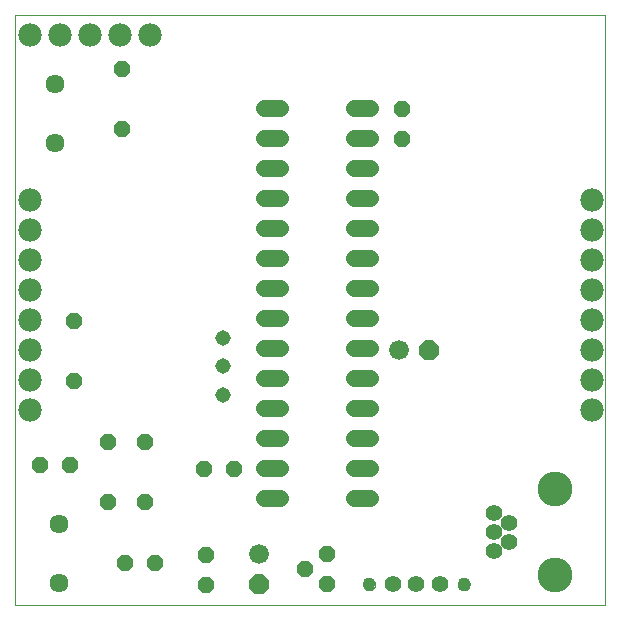
<source format=gts>
G75*
%MOIN*%
%OFA0B0*%
%FSLAX25Y25*%
%IPPOS*%
%LPD*%
%AMOC8*
5,1,8,0,0,1.08239X$1,22.5*
%
%ADD10C,0.00000*%
%ADD11OC8,0.05600*%
%ADD12C,0.05550*%
%ADD13C,0.11620*%
%ADD14C,0.07800*%
%ADD15OC8,0.06600*%
%ADD16C,0.06600*%
%ADD17C,0.05156*%
%ADD18C,0.05600*%
%ADD19C,0.06337*%
%ADD20C,0.04337*%
D10*
X0005060Y0017235D02*
X0005060Y0214086D01*
X0201910Y0214086D01*
X0201910Y0017235D01*
X0005060Y0017235D01*
X0121241Y0024172D02*
X0121243Y0024260D01*
X0121249Y0024348D01*
X0121259Y0024436D01*
X0121273Y0024524D01*
X0121290Y0024610D01*
X0121312Y0024696D01*
X0121337Y0024780D01*
X0121367Y0024864D01*
X0121399Y0024946D01*
X0121436Y0025026D01*
X0121476Y0025105D01*
X0121520Y0025182D01*
X0121567Y0025257D01*
X0121617Y0025329D01*
X0121671Y0025400D01*
X0121727Y0025467D01*
X0121787Y0025533D01*
X0121849Y0025595D01*
X0121915Y0025655D01*
X0121982Y0025711D01*
X0122053Y0025765D01*
X0122125Y0025815D01*
X0122200Y0025862D01*
X0122277Y0025906D01*
X0122356Y0025946D01*
X0122436Y0025983D01*
X0122518Y0026015D01*
X0122602Y0026045D01*
X0122686Y0026070D01*
X0122772Y0026092D01*
X0122858Y0026109D01*
X0122946Y0026123D01*
X0123034Y0026133D01*
X0123122Y0026139D01*
X0123210Y0026141D01*
X0123298Y0026139D01*
X0123386Y0026133D01*
X0123474Y0026123D01*
X0123562Y0026109D01*
X0123648Y0026092D01*
X0123734Y0026070D01*
X0123818Y0026045D01*
X0123902Y0026015D01*
X0123984Y0025983D01*
X0124064Y0025946D01*
X0124143Y0025906D01*
X0124220Y0025862D01*
X0124295Y0025815D01*
X0124367Y0025765D01*
X0124438Y0025711D01*
X0124505Y0025655D01*
X0124571Y0025595D01*
X0124633Y0025533D01*
X0124693Y0025467D01*
X0124749Y0025400D01*
X0124803Y0025329D01*
X0124853Y0025257D01*
X0124900Y0025182D01*
X0124944Y0025105D01*
X0124984Y0025026D01*
X0125021Y0024946D01*
X0125053Y0024864D01*
X0125083Y0024780D01*
X0125108Y0024696D01*
X0125130Y0024610D01*
X0125147Y0024524D01*
X0125161Y0024436D01*
X0125171Y0024348D01*
X0125177Y0024260D01*
X0125179Y0024172D01*
X0125177Y0024084D01*
X0125171Y0023996D01*
X0125161Y0023908D01*
X0125147Y0023820D01*
X0125130Y0023734D01*
X0125108Y0023648D01*
X0125083Y0023564D01*
X0125053Y0023480D01*
X0125021Y0023398D01*
X0124984Y0023318D01*
X0124944Y0023239D01*
X0124900Y0023162D01*
X0124853Y0023087D01*
X0124803Y0023015D01*
X0124749Y0022944D01*
X0124693Y0022877D01*
X0124633Y0022811D01*
X0124571Y0022749D01*
X0124505Y0022689D01*
X0124438Y0022633D01*
X0124367Y0022579D01*
X0124295Y0022529D01*
X0124220Y0022482D01*
X0124143Y0022438D01*
X0124064Y0022398D01*
X0123984Y0022361D01*
X0123902Y0022329D01*
X0123818Y0022299D01*
X0123734Y0022274D01*
X0123648Y0022252D01*
X0123562Y0022235D01*
X0123474Y0022221D01*
X0123386Y0022211D01*
X0123298Y0022205D01*
X0123210Y0022203D01*
X0123122Y0022205D01*
X0123034Y0022211D01*
X0122946Y0022221D01*
X0122858Y0022235D01*
X0122772Y0022252D01*
X0122686Y0022274D01*
X0122602Y0022299D01*
X0122518Y0022329D01*
X0122436Y0022361D01*
X0122356Y0022398D01*
X0122277Y0022438D01*
X0122200Y0022482D01*
X0122125Y0022529D01*
X0122053Y0022579D01*
X0121982Y0022633D01*
X0121915Y0022689D01*
X0121849Y0022749D01*
X0121787Y0022811D01*
X0121727Y0022877D01*
X0121671Y0022944D01*
X0121617Y0023015D01*
X0121567Y0023087D01*
X0121520Y0023162D01*
X0121476Y0023239D01*
X0121436Y0023318D01*
X0121399Y0023398D01*
X0121367Y0023480D01*
X0121337Y0023564D01*
X0121312Y0023648D01*
X0121290Y0023734D01*
X0121273Y0023820D01*
X0121259Y0023908D01*
X0121249Y0023996D01*
X0121243Y0024084D01*
X0121241Y0024172D01*
X0152737Y0024172D02*
X0152739Y0024260D01*
X0152745Y0024348D01*
X0152755Y0024436D01*
X0152769Y0024524D01*
X0152786Y0024610D01*
X0152808Y0024696D01*
X0152833Y0024780D01*
X0152863Y0024864D01*
X0152895Y0024946D01*
X0152932Y0025026D01*
X0152972Y0025105D01*
X0153016Y0025182D01*
X0153063Y0025257D01*
X0153113Y0025329D01*
X0153167Y0025400D01*
X0153223Y0025467D01*
X0153283Y0025533D01*
X0153345Y0025595D01*
X0153411Y0025655D01*
X0153478Y0025711D01*
X0153549Y0025765D01*
X0153621Y0025815D01*
X0153696Y0025862D01*
X0153773Y0025906D01*
X0153852Y0025946D01*
X0153932Y0025983D01*
X0154014Y0026015D01*
X0154098Y0026045D01*
X0154182Y0026070D01*
X0154268Y0026092D01*
X0154354Y0026109D01*
X0154442Y0026123D01*
X0154530Y0026133D01*
X0154618Y0026139D01*
X0154706Y0026141D01*
X0154794Y0026139D01*
X0154882Y0026133D01*
X0154970Y0026123D01*
X0155058Y0026109D01*
X0155144Y0026092D01*
X0155230Y0026070D01*
X0155314Y0026045D01*
X0155398Y0026015D01*
X0155480Y0025983D01*
X0155560Y0025946D01*
X0155639Y0025906D01*
X0155716Y0025862D01*
X0155791Y0025815D01*
X0155863Y0025765D01*
X0155934Y0025711D01*
X0156001Y0025655D01*
X0156067Y0025595D01*
X0156129Y0025533D01*
X0156189Y0025467D01*
X0156245Y0025400D01*
X0156299Y0025329D01*
X0156349Y0025257D01*
X0156396Y0025182D01*
X0156440Y0025105D01*
X0156480Y0025026D01*
X0156517Y0024946D01*
X0156549Y0024864D01*
X0156579Y0024780D01*
X0156604Y0024696D01*
X0156626Y0024610D01*
X0156643Y0024524D01*
X0156657Y0024436D01*
X0156667Y0024348D01*
X0156673Y0024260D01*
X0156675Y0024172D01*
X0156673Y0024084D01*
X0156667Y0023996D01*
X0156657Y0023908D01*
X0156643Y0023820D01*
X0156626Y0023734D01*
X0156604Y0023648D01*
X0156579Y0023564D01*
X0156549Y0023480D01*
X0156517Y0023398D01*
X0156480Y0023318D01*
X0156440Y0023239D01*
X0156396Y0023162D01*
X0156349Y0023087D01*
X0156299Y0023015D01*
X0156245Y0022944D01*
X0156189Y0022877D01*
X0156129Y0022811D01*
X0156067Y0022749D01*
X0156001Y0022689D01*
X0155934Y0022633D01*
X0155863Y0022579D01*
X0155791Y0022529D01*
X0155716Y0022482D01*
X0155639Y0022438D01*
X0155560Y0022398D01*
X0155480Y0022361D01*
X0155398Y0022329D01*
X0155314Y0022299D01*
X0155230Y0022274D01*
X0155144Y0022252D01*
X0155058Y0022235D01*
X0154970Y0022221D01*
X0154882Y0022211D01*
X0154794Y0022205D01*
X0154706Y0022203D01*
X0154618Y0022205D01*
X0154530Y0022211D01*
X0154442Y0022221D01*
X0154354Y0022235D01*
X0154268Y0022252D01*
X0154182Y0022274D01*
X0154098Y0022299D01*
X0154014Y0022329D01*
X0153932Y0022361D01*
X0153852Y0022398D01*
X0153773Y0022438D01*
X0153696Y0022482D01*
X0153621Y0022529D01*
X0153549Y0022579D01*
X0153478Y0022633D01*
X0153411Y0022689D01*
X0153345Y0022749D01*
X0153283Y0022811D01*
X0153223Y0022877D01*
X0153167Y0022944D01*
X0153113Y0023015D01*
X0153063Y0023087D01*
X0153016Y0023162D01*
X0152972Y0023239D01*
X0152932Y0023318D01*
X0152895Y0023398D01*
X0152863Y0023480D01*
X0152833Y0023564D01*
X0152808Y0023648D01*
X0152786Y0023734D01*
X0152769Y0023820D01*
X0152755Y0023908D01*
X0152745Y0023996D01*
X0152739Y0024084D01*
X0152737Y0024172D01*
D11*
X0109166Y0024156D03*
X0101666Y0029156D03*
X0109166Y0034156D03*
X0078060Y0062538D03*
X0068060Y0062538D03*
X0048391Y0071629D03*
X0036186Y0071794D03*
X0023485Y0063928D03*
X0013485Y0063928D03*
X0036186Y0051794D03*
X0048391Y0051629D03*
X0051741Y0031349D03*
X0041741Y0031349D03*
X0068962Y0033936D03*
X0068962Y0023936D03*
X0024666Y0091841D03*
X0024666Y0111841D03*
X0040729Y0176015D03*
X0040729Y0196015D03*
X0134060Y0182735D03*
X0134060Y0172735D03*
D12*
X0164969Y0047841D03*
X0169694Y0044692D03*
X0164969Y0041542D03*
X0169694Y0038393D03*
X0164969Y0035243D03*
X0146832Y0024172D03*
X0138958Y0024172D03*
X0131084Y0024172D03*
D13*
X0185048Y0027172D03*
X0185048Y0055912D03*
D14*
X0197560Y0082235D03*
X0197560Y0092235D03*
X0197560Y0102235D03*
X0197560Y0112235D03*
X0197560Y0122235D03*
X0197560Y0132235D03*
X0197560Y0142235D03*
X0197560Y0152235D03*
X0050060Y0207235D03*
X0040060Y0207235D03*
X0030060Y0207235D03*
X0020060Y0207235D03*
X0010060Y0207235D03*
X0010060Y0152235D03*
X0010060Y0142235D03*
X0010060Y0132235D03*
X0010060Y0122235D03*
X0010060Y0112235D03*
X0010060Y0102235D03*
X0010060Y0092235D03*
X0010060Y0082235D03*
D15*
X0086619Y0024377D03*
X0143091Y0102432D03*
D16*
X0133091Y0102432D03*
X0086619Y0034377D03*
D17*
X0074627Y0087302D03*
X0074627Y0096908D03*
X0074627Y0106302D03*
D18*
X0088208Y0102826D02*
X0093408Y0102826D01*
X0093408Y0092826D02*
X0088208Y0092826D01*
X0088208Y0082826D02*
X0093408Y0082826D01*
X0093408Y0072826D02*
X0088208Y0072826D01*
X0088208Y0062826D02*
X0093408Y0062826D01*
X0093408Y0052826D02*
X0088208Y0052826D01*
X0118208Y0052826D02*
X0123408Y0052826D01*
X0123408Y0062826D02*
X0118208Y0062826D01*
X0118208Y0072826D02*
X0123408Y0072826D01*
X0123408Y0082826D02*
X0118208Y0082826D01*
X0118208Y0092826D02*
X0123408Y0092826D01*
X0123408Y0102826D02*
X0118208Y0102826D01*
X0118208Y0112826D02*
X0123408Y0112826D01*
X0123408Y0122826D02*
X0118208Y0122826D01*
X0118208Y0132826D02*
X0123408Y0132826D01*
X0123408Y0142826D02*
X0118208Y0142826D01*
X0118208Y0152826D02*
X0123408Y0152826D01*
X0123408Y0162826D02*
X0118208Y0162826D01*
X0118208Y0172826D02*
X0123408Y0172826D01*
X0123408Y0182826D02*
X0118208Y0182826D01*
X0093408Y0182826D02*
X0088208Y0182826D01*
X0088208Y0172826D02*
X0093408Y0172826D01*
X0093408Y0162826D02*
X0088208Y0162826D01*
X0088208Y0152826D02*
X0093408Y0152826D01*
X0093408Y0142826D02*
X0088208Y0142826D01*
X0088208Y0132826D02*
X0093408Y0132826D01*
X0093408Y0122826D02*
X0088208Y0122826D01*
X0088208Y0112826D02*
X0093408Y0112826D01*
D19*
X0018560Y0171393D03*
X0018560Y0191078D03*
X0019847Y0044444D03*
X0019847Y0024759D03*
D20*
X0123210Y0024172D03*
X0154706Y0024172D03*
M02*

</source>
